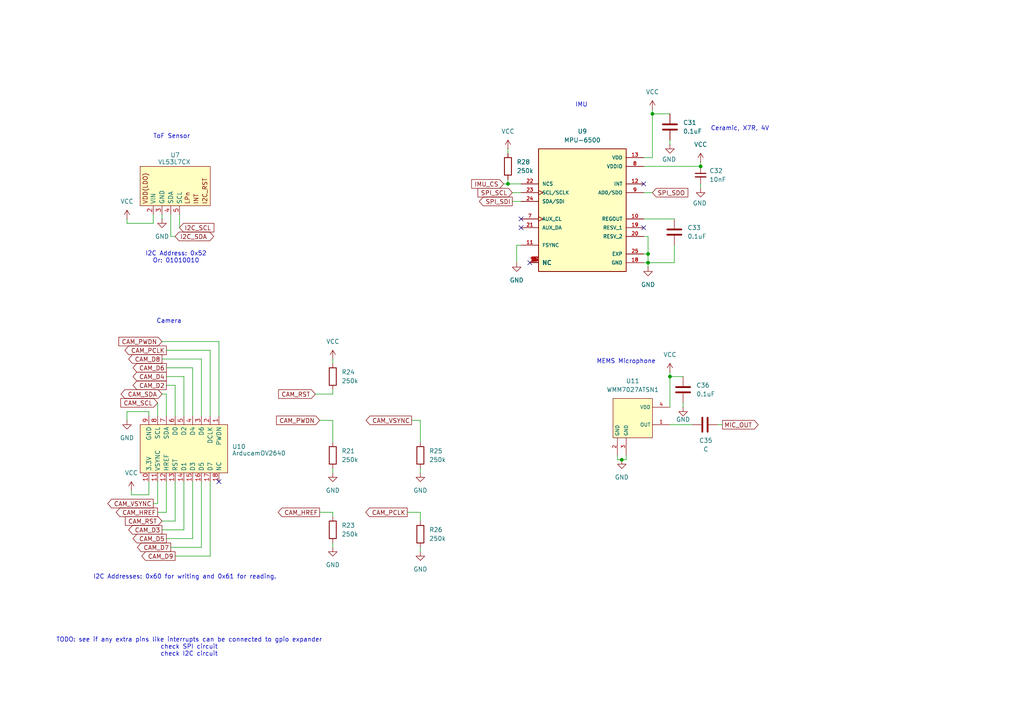
<source format=kicad_sch>
(kicad_sch (version 20231120) (generator "eeschema") (generator_version "8.0")
  (paper "A4")
  (lib_symbols
    (symbol "Device:C" (pin_numbers hide) (pin_names (offset 0.254))
      (property "Reference" "C" (at 0.635 2.54 0))
      (property "Value" "C" (at 0.635 -2.54 0))
      (symbol "C_0_1"
        (polyline (pts (xy -2.032 -0.762) (xy 2.032 -0.762)) (stroke (width 0.508)))
        (polyline (pts (xy -2.032 0.762) (xy 2.032 0.762)) (stroke (width 0.508)))
      )
      (symbol "C_1_1"
        (pin passive line (at 0 3.81 270) (length 2.794) (name "~") (number "1"))
        (pin passive line (at 0 -3.81 90) (length 2.794) (name "~") (number "2"))
      )
    )
    (symbol "Device:C_Small" (pin_numbers hide) (pin_names (offset 0.254) hide)
      (property "Reference" "C" (at 0.254 1.778 0))
      (property "Value" "C_Small" (at 0.254 -2.032 0))
      (symbol "C_Small_0_1"
        (polyline (pts (xy -1.524 -0.508) (xy 1.524 -0.508)) (stroke (width 0.3302)))
        (polyline (pts (xy -1.524 0.508) (xy 1.524 0.508)) (stroke (width 0.3048)))
      )
      (symbol "C_Small_1_1"
        (pin passive line (at 0 2.54 270) (length 2.032) (name "~") (number "1"))
        (pin passive line (at 0 -2.54 90) (length 2.032) (name "~") (number "2"))
      )
    )
    (symbol "Device:R" (pin_numbers hide) (pin_names (offset 0))
      (property "Reference" "R" (at 2.032 0 90))
      (property "Value" "R" (at 0 0 90))
      (symbol "R_0_1"
        (rectangle (start -1.016 -2.54) (end 1.016 2.54) (stroke (width 0.254)))
      )
      (symbol "R_1_1"
        (pin passive line (at 0 3.81 270) (length 1.27) (name "~") (number "1"))
        (pin passive line (at 0 -3.81 90) (length 1.27) (name "~") (number "2"))
      )
    )
    (symbol "Mad_Bot:Ardu_OV2640"
      (property "Reference" "U" (at -14.478 0 0))
      (property "Value" "ArducamOV2640" (at 0.254 -18.796 0))
      (symbol "Ardu_OV2640_1_1"
        (rectangle (start -12.7 6.35) (end 12.7 -7.62) (fill (type background)))
        (pin passive line (at 10.16 8.89 270) (length 2.54) (name "PWDN") (number "1"))
        (pin passive line (at -10.16 -10.16 90) (length 2.54) (name "3.3V") (number "10"))
        (pin passive line (at -7.62 -10.16 90) (length 2.54) (name "VSYNC") (number "11"))
        (pin passive line (at -5.08 -10.16 90) (length 2.54) (name "HREF") (number "12"))
        (pin passive line (at -2.54 -10.16 90) (length 2.54) (name "RST") (number "13"))
        (pin passive line (at 0 -10.16 90) (length 2.54) (name "D1") (number "14"))
        (pin passive line (at 2.54 -10.16 90) (length 2.54) (name "D3") (number "15"))
        (pin passive line (at 5.08 -10.16 90) (length 2.54) (name "D5") (number "16"))
        (pin passive line (at 7.62 -10.16 90) (length 2.54) (name "D7") (number "17"))
        (pin passive line (at 10.16 -10.16 90) (length 2.54) (name "NC") (number "18"))
        (pin passive line (at 7.62 8.89 270) (length 2.54) (name "DCLK") (number "2"))
        (pin passive line (at 5.08 8.89 270) (length 2.54) (name "D6") (number "3"))
        (pin passive line (at 2.54 8.89 270) (length 2.54) (name "D4") (number "4"))
        (pin passive line (at 0 8.89 270) (length 2.54) (name "D2") (number "5"))
        (pin passive line (at -2.54 8.89 270) (length 2.54) (name "D0") (number "6"))
        (pin passive line (at -5.08 8.89 270) (length 2.54) (name "SDA") (number "7"))
        (pin passive line (at -7.62 8.89 270) (length 2.54) (name "SCL") (number "8"))
        (pin passive line (at -10.16 8.89 270) (length 2.54) (name "GND") (number "9"))
      )
    )
    (symbol "Mad_Bot:MPU-6500" (pin_names (offset 1.016))
      (property "Reference" "U" (at -12.7 19.05 0))
      (property "Value" "MPU-6500" (at -12.7 -19.05 0))
      (symbol "MPU-6500_0_0"
        (rectangle (start -12.7 -17.78) (end 12.7 17.78) (stroke (width 0.254)) (fill (type background)))
        (pin output line (at 17.78 -2.54 180) (length 5.08) (name "REGOUT") (number "10"))
        (pin input line (at -17.78 -10.16 0) (length 5.08) (name "FSYNC") (number "11"))
        (pin output line (at 17.78 7.62 180) (length 5.08) (name "INT") (number "12"))
        (pin power_in line (at 17.78 15.24 180) (length 5.08) (name "VDD") (number "13"))
        (pin power_in line (at 17.78 -15.24 180) (length 5.08) (name "GND") (number "18"))
        (pin passive line (at 17.78 -5.08 180) (length 5.08) (name "RESV_1") (number "19"))
        (pin passive line (at 17.78 -7.62 180) (length 5.08) (name "RESV_2") (number "20"))
        (pin bidirectional line (at -17.78 -5.08 0) (length 5.08) (name "AUX_DA") (number "21"))
        (pin input line (at -17.78 7.62 0) (length 5.08) (name "NCS") (number "22"))
        (pin input clock (at -17.78 5.08 0) (length 5.08) (name "SCL/SCLK") (number "23"))
        (pin bidirectional line (at -17.78 2.54 0) (length 5.08) (name "SDA/SDI") (number "24"))
        (pin passive line (at 17.78 -12.7 180) (length 5.08) (name "EXP") (number "25"))
        (pin input clock (at -17.78 -2.54 0) (length 5.08) (name "AUX_CL") (number "7"))
        (pin power_in line (at 17.78 12.7 180) (length 5.08) (name "VDDIO") (number "8"))
        (pin output line (at 17.78 5.08 180) (length 5.08) (name "AD0/SDO") (number "9"))
      )
      (symbol "MPU-6500_1_1"
        (pin passive line (at -15.24 -15.24 0) (length 2.54) (name "NC") (number "1"))
        (pin passive line (at -15.24 -15.24 0) (length 2.54) (name "NC") (number "14"))
        (pin passive line (at -15.24 -15.24 0) (length 2.54) (name "NC") (number "15"))
        (pin passive line (at -15.24 -15.24 0) (length 2.54) (name "NC") (number "16"))
        (pin passive line (at -15.24 -15.24 0) (length 2.54) (name "NC") (number "17"))
        (pin passive line (at -15.24 -15.24 0) (length 2.54) (name "NC") (number "2"))
        (pin passive line (at -15.24 -15.24 0) (length 2.54) (name "NC") (number "3"))
        (pin passive line (at -15.24 -15.24 0) (length 2.54) (name "NC") (number "4"))
        (pin passive line (at -15.24 -15.24 0) (length 2.54) (name "NC") (number "5"))
        (pin passive line (at -15.24 -15.24 0) (length 2.54) (name "NC") (number "6"))
      )
    )
    (symbol "Mad_Bot:VL53L7CX_Carrier_upd"
      (property "Reference" "U" (at 0 10.922 0))
      (property "Value" "VL53L7CX" (at -0.254 8.89 0))
      (symbol "VL53L7CX_Carrier_upd_1_1"
        (rectangle (start -10.16 7.62) (end 10.16 -3.81) (fill (type background)))
        (text "I2C_RST" (at 8.636 0.508 900) (effects (font (size 1.27 1.27))))
        (text "INT" (at 6.096 -1.778 900) (effects (font (size 1.27 1.27))))
        (text "LPn" (at 3.556 -1.524 900) (effects (font (size 1.27 1.27))))
        (text "VDD(LDO)" (at -8.636 1.27 900) (effects (font (size 1.27 1.27))))
        (pin input line (at -6.35 -6.35 90) (length 2.54) (name "VIN") (number "2"))
        (pin input line (at -3.81 -6.35 90) (length 2.54) (name "GND") (number "3"))
        (pin input line (at -1.27 -6.35 90) (length 2.54) (name "SDA") (number "4"))
        (pin input line (at 1.27 -6.35 90) (length 2.54) (name "SCL") (number "5"))
      )
    )
    (symbol "Mad_Bot:WMM7027ATSN1"
      (property "Reference" "U" (at 0 9.652 0))
      (property "Value" "WMM7027ATSN1" (at 1.016 7.112 0))
      (symbol "WMM7027ATSN1_1_0"
        (pin passive line (at 11.43 -2.54 180) (length 5.08) (name "OUT") (number "1"))
        (pin passive line (at -3.81 -11.43 90) (length 5.08) (name "GND") (number "2"))
        (pin passive line (at -1.27 -11.43 90) (length 5.08) (name "GND") (number "3"))
        (pin passive line (at 11.43 2.54 180) (length 5.08) (name "VDD") (number "4"))
      )
      (symbol "WMM7027ATSN1_1_1"
        (rectangle (start -5.08 5.08) (end 6.35 -6.35) (fill (type background)))
      )
    )
    (symbol "power:GND" (power) (pin_numbers hide) (pin_names (offset 0) hide)
      (property "Value" "GND" (at 0 -3.81 0))
      (symbol "GND_0_1"
        (polyline (pts (xy 0 0) (xy 0 -1.27) (xy 1.27 -1.27) (xy 0 -2.54) (xy -1.27 -1.27) (xy 0 -1.27)))
      )
      (symbol "GND_1_1"
        (pin power_in line (at 0 0 270) (length 0) (name "~") (number "1"))
      )
    )
    (symbol "power:VCC" (power) (pin_numbers hide) (pin_names (offset 0) hide)
      (property "Value" "VCC" (at 0 3.556 0))
      (symbol "VCC_0_1"
        (polyline (pts (xy -0.762 1.27) (xy 0 2.54)))
        (polyline (pts (xy 0 0) (xy 0 2.54)))
        (polyline (pts (xy 0 2.54) (xy 0.762 1.27)))
      )
      (symbol "VCC_1_1"
        (pin power_in line (at 0 0 90) (length 0) (name "~") (number "1"))
      )
    )
  )
  (junction (at 147.32 53.34))
  (junction (at 180.34 133.35))
  (junction (at 187.96 73.66))
  (junction (at 189.23 33.02))
  (junction (at 187.96 76.2))
  (junction (at 203.2 48.26))
  (junction (at 194.31 109.22))
  (no_connect (at 63.5 139.7))
  (no_connect (at 186.69 66.04))
  (no_connect (at 153.67 76.2))
  (no_connect (at 186.69 53.34))
  (no_connect (at 151.13 63.5))
  (no_connect (at 151.13 66.04))
  (wire (pts (xy 198.12 116.84) (xy 198.12 118.11)))
  (wire (pts (xy 60.96 101.6) (xy 60.96 120.65)))
  (wire (pts (xy 187.96 68.58) (xy 187.96 73.66)))
  (wire (pts (xy 96.52 135.89) (xy 96.52 137.16)))
  (wire (pts (xy 189.23 33.02) (xy 189.23 45.72)))
  (wire (pts (xy 48.26 114.3) (xy 48.26 120.65)))
  (wire (pts (xy 203.2 46.99) (xy 203.2 48.26)))
  (wire (pts (xy 194.31 109.22) (xy 194.31 118.11)))
  (wire (pts (xy 187.96 76.2) (xy 187.96 77.47)))
  (wire (pts (xy 96.52 157.48) (xy 96.52 158.75)))
  (wire (pts (xy 92.71 121.92) (xy 96.52 121.92)))
  (wire (pts (xy 186.69 48.26) (xy 203.2 48.26)))
  (wire (pts (xy 48.26 111.76) (xy 50.8 111.76)))
  (wire (pts (xy 151.13 71.12) (xy 149.86 71.12)))
  (wire (pts (xy 46.99 151.13) (xy 50.8 151.13)))
  (wire (pts (xy 58.42 158.75) (xy 58.42 139.7)))
  (wire (pts (xy 194.31 123.19) (xy 200.66 123.19)))
  (wire (pts (xy 46.99 153.67) (xy 53.34 153.67)))
  (wire (pts (xy 53.34 109.22) (xy 53.34 120.65)))
  (wire (pts (xy 194.31 41.91) (xy 194.31 40.64)))
  (wire (pts (xy 186.69 73.66) (xy 187.96 73.66)))
  (wire (pts (xy 208.28 123.19) (xy 209.55 123.19)))
  (wire (pts (xy 55.88 106.68) (xy 55.88 120.65)))
  (wire (pts (xy 194.31 107.95) (xy 194.31 109.22)))
  (wire (pts (xy 194.31 109.22) (xy 198.12 109.22)))
  (wire (pts (xy 147.32 53.34) (xy 151.13 53.34)))
  (wire (pts (xy 195.58 71.12) (xy 195.58 76.2)))
  (wire (pts (xy 147.32 52.07) (xy 147.32 53.34)))
  (wire (pts (xy 189.23 31.75) (xy 189.23 33.02)))
  (wire (pts (xy 186.69 63.5) (xy 195.58 63.5)))
  (wire (pts (xy 148.59 58.42) (xy 151.13 58.42)))
  (wire (pts (xy 179.07 132.08) (xy 179.07 133.35)))
  (wire (pts (xy 96.52 148.59) (xy 96.52 149.86)))
  (wire (pts (xy 194.31 33.02) (xy 189.23 33.02)))
  (wire (pts (xy 48.26 106.68) (xy 55.88 106.68)))
  (wire (pts (xy 186.69 45.72) (xy 189.23 45.72)))
  (wire (pts (xy 44.45 146.05) (xy 45.72 146.05)))
  (wire (pts (xy 96.52 114.3) (xy 91.44 114.3)))
  (wire (pts (xy 48.26 109.22) (xy 53.34 109.22)))
  (wire (pts (xy 43.18 143.51) (xy 43.18 139.7)))
  (wire (pts (xy 121.92 135.89) (xy 121.92 137.16)))
  (wire (pts (xy 181.61 133.35) (xy 180.34 133.35)))
  (wire (pts (xy 45.72 148.59) (xy 48.26 148.59)))
  (wire (pts (xy 96.52 113.03) (xy 96.52 114.3)))
  (wire (pts (xy 146.05 53.34) (xy 147.32 53.34)))
  (wire (pts (xy 149.86 71.12) (xy 149.86 76.2)))
  (wire (pts (xy 148.59 55.88) (xy 151.13 55.88)))
  (wire (pts (xy 50.8 111.76) (xy 50.8 120.65)))
  (wire (pts (xy 203.2 53.34) (xy 203.2 54.61)))
  (wire (pts (xy 45.72 116.84) (xy 45.72 120.65)))
  (wire (pts (xy 186.69 55.88) (xy 189.23 55.88)))
  (wire (pts (xy 187.96 73.66) (xy 187.96 76.2)))
  (wire (pts (xy 38.1 143.51) (xy 43.18 143.51)))
  (wire (pts (xy 186.69 68.58) (xy 187.96 68.58)))
  (wire (pts (xy 43.18 119.38) (xy 43.18 120.65)))
  (wire (pts (xy 36.83 121.92) (xy 36.83 119.38)))
  (wire (pts (xy 96.52 104.14) (xy 96.52 105.41)))
  (wire (pts (xy 36.83 119.38) (xy 43.18 119.38)))
  (wire (pts (xy 186.69 76.2) (xy 187.96 76.2)))
  (wire (pts (xy 48.26 148.59) (xy 48.26 139.7)))
  (wire (pts (xy 46.99 114.3) (xy 48.26 114.3)))
  (wire (pts (xy 46.99 62.23) (xy 46.99 63.5)))
  (wire (pts (xy 49.53 68.58) (xy 49.53 62.23)))
  (wire (pts (xy 36.83 63.5) (xy 36.83 64.77)))
  (wire (pts (xy 58.42 104.14) (xy 58.42 120.65)))
  (wire (pts (xy 181.61 132.08) (xy 181.61 133.35)))
  (wire (pts (xy 96.52 121.92) (xy 96.52 128.27)))
  (wire (pts (xy 60.96 161.29) (xy 60.96 139.7)))
  (wire (pts (xy 147.32 43.18) (xy 147.32 44.45)))
  (wire (pts (xy 38.1 142.24) (xy 38.1 143.51)))
  (wire (pts (xy 50.8 68.58) (xy 49.53 68.58)))
  (wire (pts (xy 52.07 62.23) (xy 52.07 66.04)))
  (wire (pts (xy 55.88 156.21) (xy 55.88 139.7)))
  (wire (pts (xy 118.11 148.59) (xy 121.92 148.59)))
  (wire (pts (xy 119.38 121.92) (xy 121.92 121.92)))
  (wire (pts (xy 49.53 158.75) (xy 58.42 158.75)))
  (wire (pts (xy 53.34 153.67) (xy 53.34 139.7)))
  (wire (pts (xy 179.07 133.35) (xy 180.34 133.35)))
  (wire (pts (xy 36.83 64.77) (xy 44.45 64.77)))
  (wire (pts (xy 46.99 99.06) (xy 63.5 99.06)))
  (wire (pts (xy 121.92 148.59) (xy 121.92 151.13)))
  (wire (pts (xy 92.71 148.59) (xy 96.52 148.59)))
  (wire (pts (xy 121.92 121.92) (xy 121.92 128.27)))
  (wire (pts (xy 48.26 156.21) (xy 55.88 156.21)))
  (wire (pts (xy 50.8 151.13) (xy 50.8 139.7)))
  (wire (pts (xy 63.5 99.06) (xy 63.5 120.65)))
  (wire (pts (xy 48.26 101.6) (xy 60.96 101.6)))
  (wire (pts (xy 46.99 104.14) (xy 58.42 104.14)))
  (wire (pts (xy 45.72 146.05) (xy 45.72 139.7)))
  (wire (pts (xy 50.8 161.29) (xy 60.96 161.29)))
  (wire (pts (xy 44.45 64.77) (xy 44.45 62.23)))
  (wire (pts (xy 195.58 76.2) (xy 187.96 76.2)))
  (wire (pts (xy 121.92 158.75) (xy 121.92 160.02)))
  (text "Camera" (at 49.022 93.218 0) (effects (font (size 1.27 1.27))))
  (text "I2C Addresses: 0x60 for writing and 0x61 for reading. " (at 54.102 167.386 0) (effects (font (size 1.27 1.27))))
  (text "TODO: see if any extra pins like interrupts can be connected to gpio expander\ncheck SPI circuit\ncheck I2C circuit" (at 54.864 187.706 0) (effects (font (size 1.27 1.27))))
  (text "Ceramic, X7R, 4V" (at 214.63 37.338 0) (effects (font (size 1.27 1.27))))
  (text "ToF Sensor" (at 49.784 39.624 0) (effects (font (size 1.27 1.27))))
  (text "I2C Address: 0x52\nOr: 01010010" (at 51.054 74.676 0) (effects (font (size 1.27 1.27))))
  (text "IMU" (at 168.656 30.48 0) (effects (font (size 1.27 1.27))))
  (text "MEMS Microphone" (at 181.61 104.902 0) (effects (font (size 1.27 1.27))))
  (global_label "CAM_D3" (shape output) (at 46.99 153.67 180) (property "Intersheetrefs" "${INTERSHEET_REFS}" (effects (hide yes))))
  (global_label "I2C_SCL" (shape input) (at 52.07 66.04 0) (property "Intersheetrefs" "${INTERSHEET_REFS}" (effects (hide yes))))
  (global_label "CAM_PCLK" (shape output) (at 118.11 148.59 180) (property "Intersheetrefs" "${INTERSHEET_REFS}" (effects (hide yes))))
  (global_label "CAM_VSYNC" (shape output) (at 119.38 121.92 180) (property "Intersheetrefs" "${INTERSHEET_REFS}" (effects (hide yes))))
  (global_label "CAM_SDA" (shape bidirectional) (at 46.99 114.3 180) (property "Intersheetrefs" "${INTERSHEET_REFS}" (effects (hide yes))))
  (global_label "CAM_SCL" (shape input) (at 45.72 116.84 180) (property "Intersheetrefs" "${INTERSHEET_REFS}" (effects (hide yes))))
  (global_label "CAM_HREF" (shape output) (at 45.72 148.59 180) (property "Intersheetrefs" "${INTERSHEET_REFS}" (effects (hide yes))))
  (global_label "SPI_SDI" (shape output) (at 148.59 58.42 180) (property "Intersheetrefs" "${INTERSHEET_REFS}" (effects (hide yes))))
  (global_label "CAM_RST" (shape input) (at 91.44 114.3 180) (property "Intersheetrefs" "${INTERSHEET_REFS}" (effects (hide yes))))
  (global_label "CAM_D2" (shape output) (at 48.26 111.76 180) (property "Intersheetrefs" "${INTERSHEET_REFS}" (effects (hide yes))))
  (global_label "CAM_PWDN" (shape input) (at 92.71 121.92 180) (property "Intersheetrefs" "${INTERSHEET_REFS}" (effects (hide yes))))
  (global_label "CAM_PWDN" (shape input) (at 46.99 99.06 180) (property "Intersheetrefs" "${INTERSHEET_REFS}" (effects (hide yes))))
  (global_label "CAM_D5" (shape output) (at 48.26 156.21 180) (property "Intersheetrefs" "${INTERSHEET_REFS}" (effects (hide yes))))
  (global_label "SPI_SDO" (shape input) (at 189.23 55.88 0) (property "Intersheetrefs" "${INTERSHEET_REFS}" (effects (hide yes))))
  (global_label "MIC_OUT" (shape output) (at 209.55 123.19 0) (property "Intersheetrefs" "${INTERSHEET_REFS}" (effects (hide yes))))
  (global_label "CAM_D4" (shape output) (at 48.26 109.22 180) (property "Intersheetrefs" "${INTERSHEET_REFS}" (effects (hide yes))))
  (global_label "CAM_D6" (shape output) (at 48.26 106.68 180) (property "Intersheetrefs" "${INTERSHEET_REFS}" (effects (hide yes))))
  (global_label "CAM_RST" (shape input) (at 46.99 151.13 180) (property "Intersheetrefs" "${INTERSHEET_REFS}" (effects (hide yes))))
  (global_label "CAM_VSYNC" (shape output) (at 44.45 146.05 180) (property "Intersheetrefs" "${INTERSHEET_REFS}" (effects (hide yes))))
  (global_label "CAM_D9" (shape output) (at 50.8 161.29 180) (property "Intersheetrefs" "${INTERSHEET_REFS}" (effects (hide yes))))
  (global_label "SPI_SCL" (shape input) (at 148.59 55.88 180) (property "Intersheetrefs" "${INTERSHEET_REFS}" (effects (hide yes))))
  (global_label "I2C_SDA" (shape bidirectional) (at 50.8 68.58 0) (property "Intersheetrefs" "${INTERSHEET_REFS}" (effects (hide yes))))
  (global_label "CAM_D7" (shape output) (at 49.53 158.75 180) (property "Intersheetrefs" "${INTERSHEET_REFS}" (effects (hide yes))))
  (global_label "CAM_D8" (shape output) (at 46.99 104.14 180) (property "Intersheetrefs" "${INTERSHEET_REFS}" (effects (hide yes))))
  (global_label "CAM_HREF" (shape output) (at 92.71 148.59 180) (property "Intersheetrefs" "${INTERSHEET_REFS}" (effects (hide yes))))
  (global_label "IMU_CS" (shape input) (at 146.05 53.34 180) (property "Intersheetrefs" "${INTERSHEET_REFS}" (effects (hide yes))))
  (global_label "CAM_PCLK" (shape output) (at 48.26 101.6 180) (property "Intersheetrefs" "${INTERSHEET_REFS}" (effects (hide yes))))
  (symbol (lib_id "power:VCC") (at 96.52 104.14 0) (unit 1)
    (property "Reference" "#PWR084" (effects (hide yes)))
    (property "Value" "VCC" (at 96.52 99.06 0))
    (property "Description" "Power symbol creates a global label with name \"VCC\"" (effects (hide yes)))
  )
  (symbol (lib_id "power:GND") (at 203.2 54.61 0) (unit 1)
    (property "Reference" "#PWR088" (effects (hide yes)))
    (property "Value" "GND" (at 202.946 58.928 0))
    (property "Description" "Power symbol creates a global label with name \"GND\" , ground" (effects (hide yes)))
  )
  (symbol (lib_id "Device:C") (at 194.31 36.83 0) (unit 1)
    (property "Reference" "C31" (at 198.12 35.5599 0) (effects (justify left)))
    (property "Value" "0.1uF" (at 198.12 38.0999 0) (effects (justify left)))
    (property "Footprint" "Capacitor_SMD:C_0603_1608Metric_Pad1.08x0.95mm_HandSolder" (effects (hide yes)))
    (property "Description" "Unpolarized capacitor" (effects (hide yes)))
  )
  (symbol (lib_id "Mad_Bot:VL53L7CX_Carrier_upd") (at 50.8 55.88 0) (unit 1)
    (property "Reference" "U7" (at 50.8 44.958 0))
    (property "Value" "VL53L7CX" (at 50.546 46.99 0))
    (property "Footprint" "Mad_Bot:CONN_S4B-XH-SM4-TB_JST" (effects (hide yes)))
  )
  (symbol (lib_id "power:GND") (at 194.31 41.91 0) (unit 1)
    (property "Reference" "#PWR077" (effects (hide yes)))
    (property "Value" "GND" (at 194.056 46.228 0))
    (property "Description" "Power symbol creates a global label with name \"GND\" , ground" (effects (hide yes)))
  )
  (symbol (lib_id "Device:R") (at 121.92 132.08 0) (unit 1)
    (property "Reference" "R25" (at 124.46 130.8099 0) (effects (justify left)))
    (property "Value" "250k" (at 124.46 133.3499 0) (effects (justify left)))
    (property "Footprint" "Resistor_SMD:R_0603_1608Metric_Pad0.98x0.95mm_HandSolder" (effects (hide yes)))
    (property "Description" "Resistor" (effects (hide yes)))
  )
  (symbol (lib_id "Device:R") (at 96.52 153.67 0) (unit 1)
    (property "Reference" "R23" (at 99.06 152.3999 0) (effects (justify left)))
    (property "Value" "250k" (at 99.06 154.9399 0) (effects (justify left)))
    (property "Footprint" "Resistor_SMD:R_0603_1608Metric_Pad0.98x0.95mm_HandSolder" (effects (hide yes)))
    (property "Description" "Resistor" (effects (hide yes)))
  )
  (symbol (lib_id "power:VCC") (at 189.23 31.75 0) (unit 1)
    (property "Reference" "#PWR076" (effects (hide yes)))
    (property "Value" "VCC" (at 189.23 26.67 0))
    (property "Description" "Power symbol creates a global label with name \"VCC\"" (effects (hide yes)))
  )
  (symbol (lib_id "Device:R") (at 96.52 132.08 0) (unit 1)
    (property "Reference" "R21" (at 99.06 130.8099 0) (effects (justify left)))
    (property "Value" "250k" (at 99.06 133.3499 0) (effects (justify left)))
    (property "Footprint" "Resistor_SMD:R_0603_1608Metric_Pad0.98x0.95mm_HandSolder" (effects (hide yes)))
    (property "Description" "Resistor" (effects (hide yes)))
  )
  (symbol (lib_id "power:GND") (at 121.92 160.02 0) (unit 1)
    (property "Reference" "#PWR086" (effects (hide yes)))
    (property "Value" "GND" (at 121.92 165.1 0))
    (property "Description" "Power symbol creates a global label with name \"GND\" , ground" (effects (hide yes)))
  )
  (symbol (lib_id "power:VCC") (at 147.32 43.18 0) (unit 1)
    (property "Reference" "#PWR087" (effects (hide yes)))
    (property "Value" "VCC" (at 147.32 38.1 0))
    (property "Description" "Power symbol creates a global label with name \"VCC\"" (effects (hide yes)))
  )
  (symbol (lib_id "Device:C") (at 204.47 123.19 90) (unit 1)
    (property "Reference" "C35" (at 204.724 127.762 90))
    (property "Value" "C" (at 204.724 130.302 90))
    (property "Footprint" "Capacitor_SMD:C_0603_1608Metric_Pad1.08x0.95mm_HandSolder" (effects (hide yes)))
    (property "Description" "Unpolarized capacitor" (effects (hide yes)))
  )
  (symbol (lib_id "power:VCC") (at 36.83 63.5 0) (unit 1)
    (property "Reference" "#PWR071" (effects (hide yes)))
    (property "Value" "VCC" (at 36.83 58.42 0))
    (property "Description" "Power symbol creates a global label with name \"VCC\"" (effects (hide yes)))
  )
  (symbol (lib_id "Mad_Bot:MPU-6500") (at 168.91 60.96 0) (unit 1)
    (property "Reference" "U9" (at 168.91 38.1 0))
    (property "Value" "MPU-6500" (at 168.91 40.64 0))
    (property "Footprint" "Mad_Bot:QFN24_3X3X0P9_MPU6500" (effects (hide yes)))
    (property "B_NOM" "0.2" (effects (hide yes)))
    (property "PIN_COUNT_D" "6.0" (effects (hide yes)))
    (property "Check_prices" "https://www.snapeda.com/parts/MPU-6500/TDK+InvenSense/view-part/?ref=eda" (effects (hide yes)))
    (property "B_MAX" "0.25" (effects (hide yes)))
    (property "Description_1" "\nMotionTracking Device Digital Output 1.8V 24-Pin QFN EP T/R\n" (effects (hide yes)))
    (property "Price" "None" (effects (hide yes)))
    (property "ENOM" "0.4" (effects (hide yes)))
    (property "D_NOM" "3.0" (effects (hide yes)))
    (property "D_MAX" "3.1" (effects (hide yes)))
    (property "L_MAX" "0.25" (effects (hide yes)))
    (property "Package" "QFN-24 TDK" (effects (hide yes)))
    (property "E2_NOM" "1.54" (effects (hide yes)))
    (property "D2_NOM" "1.7" (effects (hide yes)))
    (property "PARTREV" "1.3" (effects (hide yes)))
    (property "SnapEDA_Link" "https://www.snapeda.com/parts/MPU-6500/TDK+InvenSense/view-part/?ref=snap" (effects (hide yes)))
    (property "E_NOM" "3.0" (effects (hide yes)))
    (property "B_MIN" "0.15" (effects (hide yes)))
    (property "STANDARD" "IPC 7351B" (effects (hide yes)))
    (property "L_NOM" "0.3" (effects (hide yes)))
    (property "MANUFACTURER" "TDK InvenSense" (effects (hide yes)))
    (property "MF" "TDK InvenSense" (effects (hide yes)))
    (property "MAXIMUM_PACKAGE_HEIGHT" "0.95 mm" (effects (hide yes)))
    (property "PIN_COUNT_E" "6.0" (effects (hide yes)))
    (property "E_MIN" "2.9" (effects (hide yes)))
    (property "D_MIN" "2.9" (effects (hide yes)))
    (property "MP" "MPU-6500" (effects (hide yes)))
    (property "L_MIN" "0.15" (effects (hide yes)))
    (property "Availability" "In Stock" (effects (hide yes)))
    (property "E_MAX" "3.1" (effects (hide yes)))
  )
  (symbol (lib_id "power:GND") (at 46.99 63.5 0) (unit 1)
    (property "Reference" "#PWR075" (effects (hide yes)))
    (property "Value" "GND" (at 46.99 68.58 0))
    (property "Description" "Power symbol creates a global label with name \"GND\" , ground" (effects (hide yes)))
  )
  (symbol (lib_id "Mad_Bot:Ardu_OV2640") (at 53.34 129.54 0) (unit 1)
    (property "Reference" "U10" (at 67.31 129.5399 0) (effects (justify left)))
    (property "Value" "ArducamOV2640" (at 67.31 131.445 0) (effects (justify left)))
    (property "Footprint" "Mad_Bot:Arducam_Socket_2x09_P2.54mm_Vertical_SMD" (effects (hide yes)))
  )
  (symbol (lib_id "power:VCC") (at 38.1 142.24 0) (unit 1)
    (property "Reference" "#PWR081" (effects (hide yes)))
    (property "Value" "VCC" (at 38.1 137.16 0))
    (property "Description" "Power symbol creates a global label with name \"VCC\"" (effects (hide yes)))
  )
  (symbol (lib_id "Device:C") (at 198.12 113.03 0) (unit 1)
    (property "Reference" "C36" (at 201.93 111.7599 0) (effects (justify left)))
    (property "Value" "0.1uF" (at 201.93 114.2999 0) (effects (justify left)))
    (property "Footprint" "Capacitor_SMD:C_0603_1608Metric_Pad1.08x0.95mm_HandSolder" (effects (hide yes)))
    (property "Description" "Unpolarized capacitor" (effects (hide yes)))
  )
  (symbol (lib_id "Device:C_Small") (at 203.2 50.8 0) (unit 1)
    (property "Reference" "C32" (at 205.74 49.5362 0) (effects (justify left)))
    (property "Value" "10nF" (at 205.74 52.0762 0) (effects (justify left)))
    (property "Footprint" "Capacitor_SMD:C_0603_1608Metric_Pad1.08x0.95mm_HandSolder" (effects (hide yes)))
    (property "Description" "Unpolarized capacitor, small symbol" (effects (hide yes)))
  )
  (symbol (lib_id "Device:C") (at 195.58 67.31 0) (unit 1)
    (property "Reference" "C33" (at 199.39 66.0399 0) (effects (justify left)))
    (property "Value" "0.1uF" (at 199.39 68.5799 0) (effects (justify left)))
    (property "Footprint" "Capacitor_SMD:C_0603_1608Metric_Pad1.08x0.95mm_HandSolder" (effects (hide yes)))
    (property "Description" "Unpolarized capacitor" (effects (hide yes)))
  )
  (symbol (lib_id "power:GND") (at 180.34 133.35 0) (unit 1)
    (property "Reference" "#PWR093" (effects (hide yes)))
    (property "Value" "GND" (at 180.34 138.43 0))
    (property "Description" "Power symbol creates a global label with name \"GND\" , ground" (effects (hide yes)))
  )
  (symbol (lib_id "power:GND") (at 187.96 77.47 0) (unit 1)
    (property "Reference" "#PWR078" (effects (hide yes)))
    (property "Value" "GND" (at 187.96 82.55 0))
    (property "Description" "Power symbol creates a global label with name \"GND\" , ground" (effects (hide yes)))
  )
  (symbol (lib_id "power:VCC") (at 194.31 107.95 0) (unit 1)
    (property "Reference" "#PWR094" (effects (hide yes)))
    (property "Value" "VCC" (at 194.31 102.87 0))
    (property "Description" "Power symbol creates a global label with name \"VCC\"" (effects (hide yes)))
  )
  (symbol (lib_id "power:GND") (at 121.92 137.16 0) (unit 1)
    (property "Reference" "#PWR085" (effects (hide yes)))
    (property "Value" "GND" (at 121.92 142.24 0))
    (property "Description" "Power symbol creates a global label with name \"GND\" , ground" (effects (hide yes)))
  )
  (symbol (lib_id "power:GND") (at 36.83 121.92 0) (unit 1)
    (property "Reference" "#PWR080" (effects (hide yes)))
    (property "Value" "GND" (at 36.83 127 0))
    (property "Description" "Power symbol creates a global label with name \"GND\" , ground" (effects (hide yes)))
  )
  (symbol (lib_id "Mad_Bot:WMM7027ATSN1") (at 182.88 120.65 0) (unit 1)
    (property "Reference" "U11" (at 183.515 110.49 0))
    (property "Value" "WMM7027ATSN1" (at 183.515 113.03 0))
    (property "Footprint" "Mad_Bot:WMM7027ATSN1-4TR" (effects (hide yes)))
  )
  (symbol (lib_id "Device:R") (at 121.92 154.94 0) (unit 1)
    (property "Reference" "R26" (at 124.46 153.6699 0) (effects (justify left)))
    (property "Value" "250k" (at 124.46 156.2099 0) (effects (justify left)))
    (property "Footprint" "Resistor_SMD:R_0603_1608Metric_Pad0.98x0.95mm_HandSolder" (effects (hide yes)))
    (property "Description" "Resistor" (effects (hide yes)))
  )
  (symbol (lib_id "power:GND") (at 149.86 76.2 0) (unit 1)
    (property "Reference" "#PWR079" (effects (hide yes)))
    (property "Value" "GND" (at 149.86 81.28 0))
    (property "Description" "Power symbol creates a global label with name \"GND\" , ground" (effects (hide yes)))
  )
  (symbol (lib_id "Device:R") (at 147.32 48.26 0) (unit 1)
    (property "Reference" "R28" (at 149.86 46.9899 0) (effects (justify left)))
    (property "Value" "250k" (at 149.86 49.5299 0) (effects (justify left)))
    (property "Footprint" "Resistor_SMD:R_0603_1608Metric_Pad0.98x0.95mm_HandSolder" (effects (hide yes)))
    (property "Description" "Resistor" (effects (hide yes)))
  )
  (symbol (lib_id "power:GND") (at 96.52 137.16 0) (unit 1)
    (property "Reference" "#PWR082" (effects (hide yes)))
    (property "Value" "GND" (at 96.52 142.24 0))
    (property "Description" "Power symbol creates a global label with name \"GND\" , ground" (effects (hide yes)))
  )
  (symbol (lib_id "power:VCC") (at 203.2 46.99 0) (unit 1)
    (property "Reference" "#PWR089" (effects (hide yes)))
    (property "Value" "VCC" (at 203.2 41.91 0))
    (property "Description" "Power symbol creates a global label with name \"VCC\"" (effects (hide yes)))
  )
  (symbol (lib_id "power:GND") (at 198.12 118.11 0) (unit 1)
    (property "Reference" "#PWR095" (effects (hide yes)))
    (property "Value" "GND" (at 198.12 121.666 0))
    (property "Description" "Power symbol creates a global label with name \"GND\" , ground" (effects (hide yes)))
  )
  (symbol (lib_id "Device:R") (at 96.52 109.22 0) (unit 1)
    (property "Reference" "R24" (at 99.06 107.9499 0) (effects (justify left)))
    (property "Value" "250k" (at 99.06 110.4899 0) (effects (justify left)))
    (property "Footprint" "Resistor_SMD:R_0603_1608Metric_Pad0.98x0.95mm_HandSolder" (effects (hide yes)))
    (property "Description" "Resistor" (effects (hide yes)))
  )
  (symbol (lib_id "power:GND") (at 96.52 158.75 0) (unit 1)
    (property "Reference" "#PWR083" (effects (hide yes)))
    (property "Value" "GND" (at 96.52 163.83 0))
    (property "Description" "Power symbol creates a global label with name \"GND\" , ground" (effects (hide yes)))
  )
)
</source>
